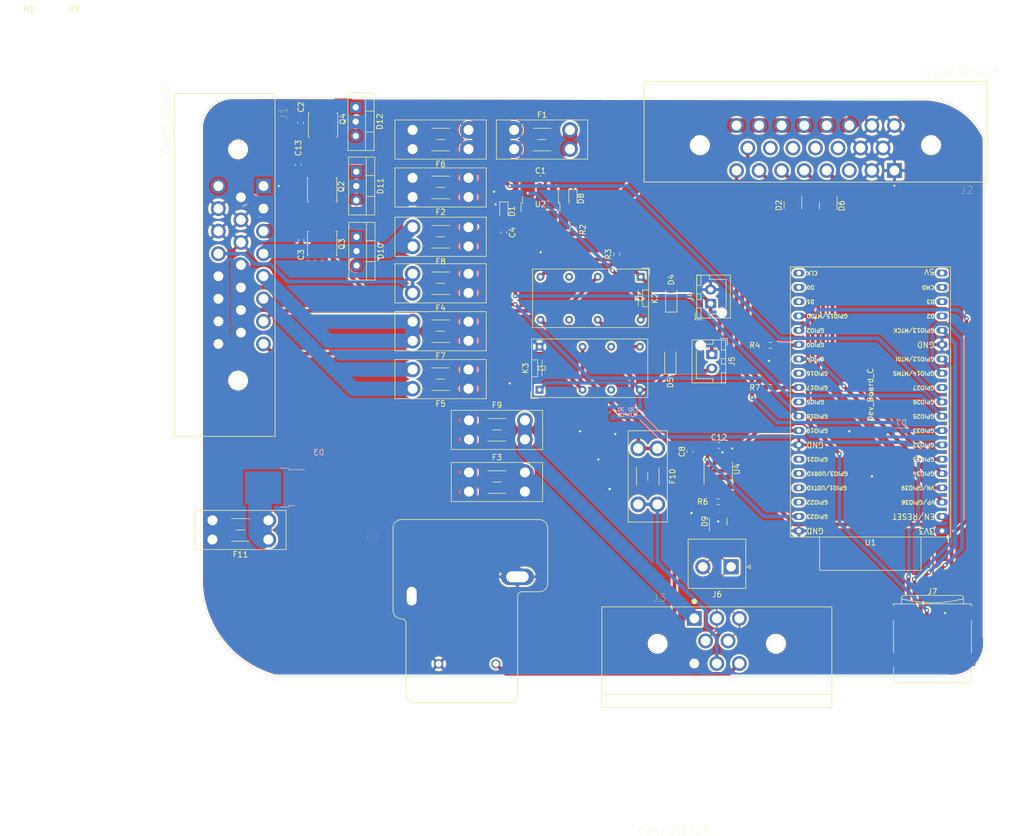
<source format=kicad_pcb>
(kicad_pcb (version 20211014) (generator pcbnew)
  (layers (0 "F.Cu" signal) (31 "B.Cu" signal) (34 "B.Paste" user) (35 "F.Paste" user) (36 "B.SilkS" user "B.Silkscreen") (37 "F.SilkS" user "F.Silkscreen") (38 "B.Mask" user) (39 "F.Mask" user) (44 "Edge.Cuts" user))
  (net 0 "")
  (net 1 "GND")
  (net 2 "/PUMP_RTRN_12V")
  (net 3 "INT_12V")
  (net 4 "+12V")
  (net 5 "/FAN_12V")
  (net 6 "/BATT_12V")
  (net 7 "/FAULT_LATCHER/IMD_SWITCH")
  (net 8 "/PUMP_12V")
  (net 9 "/BRAKE_12V")
  (net 10 "/BRAKE_RTRN_12V")
  (net 11 "/DCDC_IN")
  (net 12 "/FAULT_BMS")
  (net 13 "/FAULT_IMD")
  (net 14 "/BRB_RTN")
  (net 15 "/WHEEL_L")
  (net 16 "/WHEEL_R")
  (net 17 "/SUSPENSION_L")
  (net 18 "/SUSPENSION_R")
  (net 19 "/CAN_P")
  (net 20 "/CAN_N")
  (net 21 "VDD")
  (net 22 "/FAN_RTRN_12V")
  (net 23 "Net-(D8-Pad2)")
  (net 24 "/SSOK")
  (net 25 "/Controller/FAULT_IMD")
  (net 26 "/Controller/FAN_CTRL")
  (net 27 "/Controller/PUMP_CTRL")
  (net 28 "/Controller/BRAKE_CTRL")
  (net 33 "/Controller/CAN_MISO")
  (net 34 "/WATER_OUT-")
  (net 35 "/Controller/CAN_MOSI")
  (net 36 "/charge-controller/dcdc_fuse")
  (net 37 "/TSV")
  (net 38 "/WATER_IN-")
  (net 39 "Net-(K2-Pad13)")
  (net 54 "/Controller/DAT2")
  (net 55 "/Controller/DAT3")
  (net 56 "/Controller/CMD")
  (net 57 "/Controller/CLK")
  (net 58 "/Controller/DAT0")
  (net 59 "/Controller/DAT1")
  (net 60 "BMS_12V")
  (net 62 "/RINE_12")
  (net 63 "/BRB_LOOP")
  (net 64 "/FRONT_12")
  (net 65 "/HVB_12")
  (net 67 "/FAULT_LATCHER/BMS_SWITCH")
  (footprint "Package_TO_SOT_SMD:TO-252-2" (layer "F.Cu") (at 118.725 82.725 -90)
    (fp_text reference "U2")
    (fp_text value "TS2940CP33 ROG")
  )
  (footprint "MountingHole:MountingHole_3.2mm_M3" (layer "F.Cu") (at 35.95 50)
    (fp_text reference "H2")
    (fp_text value "MountingHole")
  )
  (footprint "Diode_SMD:D_SOD-123" (layer "F.Cu") (at 141.75 108.351115 90)
    (fp_text reference "D5")
    (fp_text value "1N4148")
  )
  (footprint "Capacitor_SMD:C_0603_1608Metric_Pad1.08x0.95mm_HandSolder" (layer "F.Cu") (at 76.15 66.035 -90)
    (fp_text reference "C2")
    (fp_text value "1u")
  )
  (footprint "AERO_Footprints:Fuseholder_Blade_Mini_Keystone_3568" (layer "F.Cu") (at 114.04 67.3)
    (fp_text reference "F1")
    (fp_text value "2A")
  )
  (footprint "Connector_Card:microSD_HC_Wuerth_693072010801" (layer "F.Cu") (at 188.25 157.1725)
    (fp_text reference "J7")
    (fp_text value "Micro_SD_Card")
  )
  (footprint "AERO_Footprints:Fuseholder_Blade_Mini_Keystone_3568" (layer "F.Cu") (at 106.04 118.8)
    (fp_text reference "F9")
    (fp_text value "1A")
  )
  (footprint "Capacitor_SMD:C_0603_1608Metric_Pad1.08x0.95mm_HandSolder" (layer "F.Cu") (at 150.3875 123.25)
    (fp_text reference "C12")
    (fp_text value "0.1u")
  )
  (footprint "AERO_Footprints:SOIC127P600X175-8N" (layer "F.Cu") (at 150.25 128.25 -90)
    (fp_text reference "U4")
    (fp_text value "MAX33054EASA+T")
  )
  (footprint "Relay_THT:Relay_DPDT_Omron_G5V-2" (layer "F.Cu") (at 136.5 93.351115 -90)
    (fp_text reference "K2")
    (fp_text value "G5V-2")
  )
  (footprint "Connector_JST:JST_XH_B2B-XH-AM_1x02_P2.50mm_Vertical" (layer "F.Cu") (at 148.8925 98.113615 90)
    (fp_text reference "J4")
    (fp_text value "JST-B2B-VERT-2PIN")
  )
  (footprint "Package_TO_SOT_THT:TO-220-3_Vertical" (layer "F.Cu") (at 86.055 74.71 -90)
    (fp_text reference "D11")
    (fp_text value "FERD20M60ST")
  )
  (footprint "MountingHole:MountingHole_3.2mm_M3" (layer "F.Cu") (at 28 50)
    (fp_text reference "H1")
    (fp_text value "MountingHole")
  )
  (footprint "esp32:ESP32-DevKitC" (layer "F.Cu") (at 189.95 138.40344 180)
    (fp_text reference "U1")
    (fp_text value "Dev_Board_C")
  )
  (footprint "AERO_Footprints:RELAY_T9VV1K15-12S" (layer "F.Cu") (at 105.25 150)
    (fp_text reference "K1")
    (fp_text value "T9VV1K15-12S")
  )
  (footprint "AERO_Footprints:Fuseholder_Blade_Mini_Keystone_3568" (layer "F.Cu") (at 105.96 96.2 180)
    (fp_text reference "F4")
    (fp_text value "2A")
  )
  (footprint "AERO_Footprints:TE_1-776280-1_8pin_Horizontal" (layer "F.Cu") (at 150 158.4375)
    (fp_text reference "J3")
    (fp_text value "Conn_01x08")
  )
  (footprint "Package_TO_SOT_SMD:LFPAK56" (layer "F.Cu") (at 80 87.285 90)
    (fp_text reference "Q3")
    (fp_text value "PSMN5R2-60YL")
  )
  (footprint "Package_TO_SOT_SMD:LFPAK56" (layer "F.Cu") (at 80 77.75 90)
    (fp_text reference "Q2")
    (fp_text value "PSMN5R2-60YL")
  )
  (footprint "Diode_SMD:D_0603_1608Metric_Pad1.05x0.95mm_HandSolder" (layer "F.Cu") (at 112.225 81.725 -90)
    (fp_text reference "D1")
    (fp_text value "TS4148C RZG")
  )
  (footprint "AERO_Footprints:Fuseholder_Blade_Mini_Keystone_3568" (layer "F.Cu") (at 105.96 87.95 180)
    (fp_text reference "F8")
    (fp_text value "2A")
  )
  (footprint "Package_TO_SOT_THT:TO-220-3_Vertical" (layer "F.Cu") (at 86.095 86.265 -90)
    (fp_text reference "D10")
    (fp_text value "FERD20M60ST")
  )
  (footprint "Capacitor_SMD:C_0603_1608Metric_Pad1.08x0.95mm_HandSolder" (layer "F.Cu") (at 112.225 85.475 90)
    (fp_text reference "C4")
    (fp_text value "10uF")
  )
  (footprint "Capacitor_SMD:C_0603_1608Metric_Pad1.08x0.95mm_HandSolder" (layer "F.Cu") (at 145.25 124.3625 90)
    (fp_text reference "C8")
    (fp_text value "0.1u")
  )
  (footprint "Diode_SMD:D_SOD-123" (layer "F.Cu") (at 141.9175 97.363615 90)
    (fp_text reference "D4")
    (fp_text value "1N4148")
  )
  (footprint "AERO_Footprints:Fuseholder_Blade_Mini_Keystone_3568" (layer "F.Cu") (at 105.96 104.7 180)
    (fp_text reference "F7")
    (fp_text value "5A")
  )
  (footprint "Package_TO_SOT_SMD:SOT-23" (layer "F.Cu") (at 150.25 136.75 90)
    (fp_text reference "D9")
    (fp_text value "DESD2CAN2SOQ-7")
  )
  (footprint "Resistor_SMD:R_0603_1608Metric_Pad0.98x0.95mm_HandSolder" (layer "F.Cu") (at 159.5 105.5 180)
    (fp_text reference "R4")
    (fp_text value "1k")
  )
  (footprint "Package_TO_SOT_SMD:SOT-23" (layer "F.Cu") (at 169.75 80.75 -90)
    (fp_text reference "D6")
    (fp_text value "SP0502BAHT")
  )
  (footprint "Capacitor_SMD:C_0603_1608Metric_Pad1.08x0.95mm_HandSolder" (layer "F.Cu") (at 75.75 73.5 90)
    (fp_text reference "C13")
    (fp_text value "1u")
  )
  (footprint "AERO_Footprints:Fuseholder_Blade_Mini_Keystone_3568" (layer "F.Cu") (at 139.45 123.79 -90)
    (fp_text reference "F10")
    (fp_text value "2A")
  )
  (footprint "Resistor_SMD:R_0603_1608Metric_Pad0.98x0.95mm_HandSolder" (layer "F.Cu") (at 150.25 133.25 180)
    (fp_text reference "R6")
    (fp_text value "120")
  )
  (footprint "AERO_Footprints:Fuseholder_Blade_Mini_Keystone_3568" (layer "F.Cu") (at 105.96 70.7 180)
    (fp_text reference "F6")
    (fp_text value "15A")
  )
  (footprint "Connector_JST:JST_XH_B2B-XH-AM_1x02_P2.50mm_Vertical" (layer "F.Cu") (at 149.1175 107.101115 -90)
    (fp_text reference "J5")
    (fp_text value "JST-B2B-VERT-2PIN")
  )
  (footprint "AERO_Footprints:Fuseholder_Blade_Mini_Keystone_3568" (layer "F.Cu") (at 70.46 139.95 180)
    (fp_text reference "F11")
    (fp_text value "20A")
  )
  (footprint "AERO_Footprints:Fuseholder_Blade_Mini_Keystone_3568" (layer "F.Cu") (at 105.96 79.2 180)
    (fp_text reference "F2")
    (fp_text value "10A")
  )
  (footprint "Relay_THT:Relay_DPDT_Omron_G5V-2" (layer "F.Cu") (at 118.56 113.376115 90)
    (fp_text reference "K3")
    (fp_text value "G5V-2")
  )
  (footprint "Package_TO_SOT_SMD:LFPAK56" (layer "F.Cu") (at 80.15 66.285 90)
    (fp_text reference "Q4")
    (fp_text value "PSMN5R2-60YL")
  )
  (footprint "Capacitor_SMD:C_0603_1608Metric_Pad1.08x0.95mm_HandSolder" (layer "F.Cu") (at 76.25 86.85 -90)
    (fp_text reference "C3")
    (fp_text value "1u")
  )
  (footprint "AERO_Footprints:TE_1-770669-1_23pin_Horizontal" (layer "F.Cu") (at 69.5875 77.25 -90)
    (fp_text reference "J1")
    (fp_text value "Conn_01x23")
  )
  (footprint "Resistor_SMD:R_0603_1608Metric_Pad0.98x0.95mm_HandSolder" (layer "F.Cu") (at 159.5 113 180)
    (fp_text reference "R7")
    (fp_text value "1k")
  )
  (footprint "AERO_Footprints:Fuseholder_Blade_Mini_Keystone_3568" (layer "F.Cu") (at 105.96 113.2 180)
    (fp_text reference "F5")
    (fp_text value "5A")
  )
  (footprint "Resistor_SMD:R_0603_1608Metric_Pad0.98x0.95mm_HandSolder" (layer "F.Cu") (at 132.25 89.351115 -90)
    (fp_text reference "R3")
    (fp_text value "10k")
  )
  (footprint "Capacitor_SMD:C_0603_1608Metric_Pad1.08x0.95mm_HandSolder" (layer "F.Cu") (at 118.725 75.975)
    (fp_text reference "C1")
    (fp_text value "10uF")
  )
  (footprint "AERO_Footprints:Fuseholder_Blade_Mini_Keystone_3568" (layer "F.Cu") (at 106.04 128.05)
    (fp_text reference "F3")
    (fp_text value "15A")
  )
  (footprint "Resistor_SMD:R_0603_1608Metric_Pad0.98x0.95mm_HandSolder" (layer "F.Cu") (at 124.475 84.725 90)
    (fp_text reference "R2")
    (fp_text value "330")
  )
  (footprint "AERO_Footprints:TE_1-770669-1_23pin_Horizontal" (layer "F.Cu") (at 181.5 74.5 180)
    (fp_text reference "J2")
    (fp_text value "Conn_01x23")
  )
  (footprint "Connector_JST:JST_NV_B02P-NV_1x02_P5.00mm_Vertical" (layer "F.Cu") (at 152.5275 144.8 180)
    (fp_text reference "J6")
    (fp_text value "Conn_01x02")
  )
  (footprint "LED_SMD:LED_0603_1608Metric_Pad1.05x0.95mm_HandSolder" (layer "F.Cu") (at 124.475 79.475 -90)
    (fp_text reference "D8")
    (fp_text value "LED")
  )
  (footprint "Package_TO_SOT_THT:TO-220-3_Vertical" (layer "F.Cu") (at 85.94 63.285 -90)
    (fp_text reference "D12")
    (fp_text value "FERD20M60ST")
  )
  (footprint "Package_TO_SOT_SMD:SOT-23" (layer "F.Cu") (at 163.5 80.6875 -90)
    (fp_text reference "D2")
    (fp_text value "SP0502BAHT")
  )
  (footprint "Package_TO_SOT_SMD:TO-252-2" (layer "B.Cu") (at 71.6 130.75 180)
    (fp_text reference "D3")
    (fp_text value "D_KAK")
  )
  (footprint "Resistor_SMD:R_0603_1608Metric_Pad0.98x0.95mm_HandSolder" (layer "B.Cu") (at 131.625 117.3375 90)
    (fp_text reference "R8")
    (fp_text value "2.2K")
  )
  (footprint "Resistor_SMD:R_0603_1608Metric_Pad0.98x0.95mm_HandSolder" (layer "B.Cu") (at 136.375 117.3375 -90)
    (fp_text reference "R5")
    (fp_text value "10K")
  )
  (footprint "Package_TO_SOT_SMD:SOT-23" (layer "B.Cu") (at 182.25 121.75 180)
    (fp_text reference "D7")
    (fp_text value "SP0502BAHT")
  )
  (gr_line (start 197.5 83.5) (end 197.5 68.75) (layer "Edge.Cuts") (width 0.05))
  (gr_line (start 71.75 61.5) (end 64.25 61.5) (layer "Edge.Cuts") (width 0.05))
  (gr_arc (start 187.25 61.75) (mid 193.377194 63.782502) (end 197.5 68.75) (layer "Edge.Cuts") (width 0.05))
  (gr_line (start 71.75 164.25) (end 191 164.25) (layer "Edge.Cuts") (width 0.05))
  (gr_line (start 187.25 61.75) (end 71.75 61.5) (layer "Edge.Cuts") (width 0.05))
  (gr_arc (start 71.75 164.25) (mid 61.98058 157.564642) (end 58.5 146.25) (layer "Edge.Cuts") (width 0.05))
  (gr_line (start 58.5 66.75) (end 58.5 146.25) (layer "Edge.Cuts") (width 0.05))
  (gr_line (start 197.5 157.25) (end 197.5 83.5) (layer "Edge.Cuts") (width 0.05))
  (gr_arc (start 197.5 157.250001) (mid 195.974153 162.351) (end 191 164.25) (layer "Edge.Cuts") (width 0.05))
  (gr_arc (start 58.5 66.75) (mid 60.336133 62.987194) (end 64.25 61.5) (layer "Edge.Cuts") (width 0.05))
  (via (at 151 124.5) (size 0.8) (drill 0.4) (layers "F.Cu" "B.Cu") (net 1))
  (via (at 118.75 89) (size 0.8) (drill 0.4) (layers "F.Cu" "B.Cu") (net 1))
  (via (at 132 121.25) (size 0.8) (drill 0.4) (layers "F.Cu" "B.Cu") (net 1))
  (via (at 110.75 80.5) (size 0.8) (drill 0.4) (layers "F.Cu" "B.Cu") (net 1))
  (via (at 129 125.75) (size 0.8) (drill 0.4) (layers "F.Cu" "B.Cu") (net 1))
  (via (at 173.5 120.75) (size 0.8) (drill 0.4) (layers "F.Cu" "B.Cu") (net 1))
  (via (at 145.5 135.25) (size 0.8) (drill 0.4) (layers "F.Cu" "B.Cu") (net 1))
  (via (at 159.25 108.25) (size 0.8) (drill 0.4) (layers "F.Cu" "B.Cu") (net 1))
  (via (at 131 131) (size 0.8) (drill 0.4) (layers "F.Cu" "B.Cu") (net 1))
  (via (at 190.5 153) (size 0.8) (drill 0.4) (layers "F.Cu" "B.Cu") (net 1))
  (via (at 131 131) (size 0.8) (drill 0.4) (layers "F.Cu" "B.Cu") (net 1))
  (via (at 110.5 78.25) (size 0.8) (drill 0.4) (layers "F.Cu" "B.Cu") (net 1))
  (via (at 177.5 128.75) (size 0.8) (drill 0.4) (layers "F.Cu" "B.Cu") (net 1))
  (via (at 125.75 120.75) (size 0.8) (drill 0.4) (layers "F.Cu" "B.Cu") (net 1))
  (via (at 113.25 112.25) (size 0.8) (drill 0.4) (layers "F.Cu" "B.Cu") (net 1))
  (via (at 150.25 136.75) (size 0.8) (drill 0.4) (layers "F.Cu" "B.Cu") (net 1))
  (segment (start 80.15 65.85) (end 78.87298 64.57298) (width 3.175) (layer "F.Cu") (net 2))
  (segment (start 82.689297 63.310703) (end 84.748777 63.315161) (width 3.175) (layer "F.Cu") (net 2))
  (segment (start 61.5875 69.566094) (end 61.5875 77.25) (width 3.175) (layer "F.Cu") (net 2))
  (segment (start 80.15 65.85) (end 82.689297 63.310703) (width 3.175) (layer "F.Cu") (net 2))
  (segment (start 78.87298 64.57298) (end 66.580614 64.57298) (width 3.175) (layer "F.Cu") (net 2))
  (segment (start 66.580614 64.57298) (end 61.5875 69.566094) (width 3.175) (layer "F.Cu") (net 2))
  (segment (start 117.8625 75.975) (end 116.975 75.975) (width 0.635) (layer "F.Cu") (net 3))
  (segment (start 141.9175 99.013615) (end 138.4575 99.013615) (width 0.635) (layer "F.Cu") (net 3))
  (segment (start 138.4575 99.013615) (end 136.5 100.971115) (width 0.635) (layer "F.Cu") (net 3))
  (segment (start 116.975 75.975) (end 116.445 75.445) (width 0.635) (layer "F.Cu") (net 3))
  (segment (start 136.5 97.25) (end 131.5 92.25) (width 0.635) (layer "F.Cu") (net 3))
  (segment (start 116.445 74.055) (end 116.445 75.445) (width 2.54) (layer "F.Cu") (net 3))
  (segment (start 119.8 70.7) (end 116.445 74.055) (width 2.54) (layer "F.Cu") (net 3))
  (segment (start 114.12 80.85) (end 116.445 78.525) (width 0.635) (layer "F.Cu") (net 3))
  (segment (start 141.9175 99.013615) (end 142.351129 99.013615) (width 0.635) (layer "F.Cu") (net 3))
  (segment (start 136.5 100.971115) (end 136.5 97.25) (width 0.635) (layer "F.Cu") (net 3))
  (segment (start 116.445 75.445) (end 116.445 78.525) (width 2.54) (layer "F.Cu") (net 3))
  (segment (start 123.96 67.3) (end 123.96 70.7) (width 2.54) (layer "F.Cu") (net 3))
  (segment (start 112.225 80.85) (end 114.12 80.85) (width 0.635) (layer "F.Cu") (net 3))
  (segment (start 149.1175 105.779986) (end 149.1175 107.101115) (width 0.635) (layer "F.Cu") (net 3))
  (segment (start 142.351129 99.013615) (end 149.1175 105.779986) (width 0.635) (layer "F.Cu") (net 3))
  (segment (start 123.96 70.7) (end 119.8 70.7) (width 2.54) (layer "F.Cu") (net 3))
  (via (at 116.445 78.525) (size 0.8) (drill 0.4) (layers "F.Cu" "B.Cu") (net 3))
  (via (at 131.5 92.25) (size 0.8) (drill 0.4) (layers "F.Cu" "B.Cu") (net 3))
  (segment (start 131.5 92.25) (end 117.775 78.525) (width 0.635) (layer "B.Cu") (net 3))
  (segment (start 117.775 78.525) (end 116.445 78.525) (width 0.635) (layer "B.Cu") (net 3))
  (segment (start 105.96 137.905) (end 114.625 146.57) (width 3.175) (layer "B.Cu") (net 4))
  (segment (start 105.96 70.7) (end 105.96 137.905) (width 3.175) (layer "B.Cu") (net 4))
  (segment (start 114.04 70.7) (end 105.96 70.7) (width 3.175) (layer "B.Cu") (net 4))
  (segment (start 105.96 67.3) (end 114.04 67.3) (width 3.175) (layer "B.Cu") (net 4))
  (segment (start 65.5875 103.25) (end 65.5875 91.63892) (width 3.175) (layer "B.Cu") (net 6))
  (segment (start 65.5875 91.63892) (end 65.39304 91.44446) (width 3.175) (layer "B.Cu") (net 6))
  (segment (start 141.75 110.001115) (end 148.7175 110.001115) (width 0.635) (layer "F.Cu") (net 7))
  (segment (start 136.34 113.376115) (end 138.375 113.376115) (width 0.635) (layer "F.Cu") (net 7))
  (segment (start 138.375 113.376115) (end 141.75 110.001115) (width 0.635) (layer "F.Cu") (net 7))
  (segment (start 148.7175 110.001115) (end 149.1175 109.601115) (width 0.635) (layer "F.Cu") (net 7))
  (segment (start 136.34 113.376115) (end 135.122989 112.159104) (width 0.635) (layer "B.Cu") (net 7))
  (segment (start 119.777011 112.159104) (end 118.56 113.376115) (width 0.635) (layer "B.Cu") (net 7))
  (segment (start 136.375 113.411115) (end 136.34 113.376115) (width 0.635) (layer "B.Cu") (net 7))
  (segment (start 135.122989 112.159104) (end 119.777011 112.159104) (width 0.635) (layer "B.Cu") (net 7))
  (segment (start 136.375 116.425) (end 136.375 113.411115) (width 0.635) (layer "B.Cu") (net 7))
  (segment (start 96.04 67.3) (end 96.04 70.502491) (width 3.175) (layer "F.Cu") (net 8))
  (segment (start 96.04 87.95) (end 94.45 87.95) (width 2.54) (layer "B.Cu") (net 9))
  (segment (start 70.0325 88.805) (end 86.095 88.805) (width 2.54) (layer "B.Cu") (net 9))
  (segment (start 94.45 87.95) (end 93.545 87.045) (width 2.54) (layer "B.Cu") (net 9))
  (segment (start 93.545 87.045) (end 96.04 84.55) (width 2.54) (layer "B.Cu") (net 9))
  (segment (start 91.785 88.805) (end 93.545 87.045) (width 2.54) (layer "B.Cu") (net 9))
  (segment (start 86.095 88.805) (end 91.785 88.805) (width 2.54) (layer "B.Cu") (net 9))
  (segment (start 69.5875 89.25) (end 70.0325 88.805) (width 2.54) (layer "B.Cu") (net 9))
  (segment (start 88.56452 89.808233) (end 88.56452 87.801767) (width 2.54) (layer "F.Cu") (net 10))
  (segment (start 80.585 86.265) (end 86.095 86.265) (width 2.54) (layer "F.Cu") (net 10))
  (segment (start 86.095 91.345) (end 87.027753 91.345) (width 2.54) (layer "F.Cu") (net 10))
  (segment (start 78.4 85.25) (end 80 86.85) (width 2.54) (layer "F.Cu") (net 10))
  (segment (start 87.027753 91.345) (end 88.56452 89.808233) (width 2.54) (layer "F.Cu") (net 10))
  (segment (start 69.5875 85.25) (end 78.4 85.25) (width 2.54) (layer "F.Cu") (net 10))
  (segment (start 87.027753 86.265) (end 81.515 86.265) (width 2.54) (layer "F.Cu") (net 10))
  (segment (start 80 86.85) (end 80.585 86.265) (width 2.54) (layer "F.Cu") (net 10))
  (segment (start 88.56452 87.801767) (end 87.027753 86.265) (width 2.54) (layer "F.Cu") (net 10))
  (segment (start 60.54 94.2975) (end 61.5875 93.25) (width 3.175) (layer "B.Cu") (net 11))
  (segment (start 60.54 139.95) (end 60.54 136.55) (width 3.175) (layer "B.Cu") (net 11))
  (segment (start 60.54 139.95) (end 60.54 94.2975) (width 3.175) (layer "B.Cu") (net 11))
  (segment (start 69.5875 101.25) (end 71.444511 99.392989) (width 0.635) (layer "F.Cu") (net 12))
  (segment (start 71.444511 99.392989) (end 122.838126 99.392989) (width 0.635) (layer "F.Cu") (net 12))
  (segment (start 122.838126 99.392989) (end 128.88 93.351115) (width 0.635) (layer "F.Cu") (net 12))
  (segment (start 69.5875 105.25) (end 71.310626 106.973126) (width 0.635) (layer "F.Cu") (net 13))
  (segment (start 119.777011 106.973126) (end 126.18 113.376115) (width 0.635) (layer "F.Cu") (net 13))
  (segment (start 71.310626 106.973126) (end 119.777011 106.973126) (width 0.635) (layer "F.Cu") (net 13))
  (segment (start 118.72 100.971115) (end 119.937011 102.188126) (width 0.635) (layer "F.Cu") (net 14))
  (segment (start 142.482989 123.982989) (end 142.482989 163.767011) (width 0.635) (layer "F.Cu") (net 14))
  (segment (start 154 161.9375) (end 152.170489 163.767011) (width 0.635) (layer "F.Cu") (net 14))
  (segment (start 112.572011 163.767011) (end 110.815 162.01) (width 0.635) (layer "F.Cu") (net 14))
  (segment (start 135 116.5) (end 142.482989 123.982989) (width 0.635) (layer "F.Cu") (net 14))
  (segment (start 152.170489 163.767011) (end 142.482989 163.767011) (width 0.635) (layer "F.Cu") (net 14))
  (segment (start 135 111.25) (end 135 116.5) (width 0.635) (layer "F.Cu") (net 14))
  (segment (start 119.937011 102.188126) (end 125.938126 102.188126) (width 0.635) (layer "F.Cu") (net 14))
  (segment (start 142.482989 163.767011) (end 112.572011 163.767011) (width 0.635) (layer "F.Cu") (net 14))
  (segment (start 125.938126 102.188126) (end 135 111.25) (width 0.635) (layer "F.Cu") (net 14))
  (segment (start 162.55 79.75) (end 162.55 88.05) (width 0.635) (layer "F.Cu") (net 15))
  (segment (start 167 92.25) (end 167 110.12344) (width 0.635) (layer "F.Cu") (net 15))
  (segment (start 162.55 88.05) (end 166.75 92.25) (width 0.635) (layer "F.Cu") (net 15))
  (segment (start 157.5 74.5) (end 162.55 79.55) (width 0.635) (layer "F.Cu") (net 15))
  (segment (start 167 110.12344) (end 190.2 133.32344) (width 0.635) (layer "F.Cu") (net 15))
  (segment (start 162.55 79.55) (end 162.55 79.75) (width 0.635) (layer "F.Cu") (net 15))
  (segment (start 188.59019 130.78344) (end 189.95 130.78344) (width 0.635) (layer "F.Cu") (net 16))
  (segment (start 168 83.3) (end 168 110.19325) (width 0.635) (layer "F.Cu") (net 16))
  (segment (start 164.45 79.75) (end 168 83.3) (width 0.635) (layer "F.Cu") (net 16))
  (segment (start 161.5 74.5) (end 164.45 77.45) (width 0.635) (layer "F.Cu") (net 16))
  (segment (start 164.45 77.45) (end 164.45 79.75) (width 0.635) (layer "F.Cu") (net 16))
  (segment (start 168 110.19325) (end 188.59019 130.78344) (width 0.635) (layer "F.Cu") (net 16))
  (segment (start 168.83452 77.83452) (end 168.83452 107.12796) (width 0.635) (layer "F.Cu") (net 17))
  (segment (start 168.83452 107.12796) (end 189.95 128.24344) (width 0.635) (layer "F.Cu") (net 17))
  (segment (start 165.5 74.5) (end 168.83452 77.83452) (width 0.635) (layer "F.Cu") (net 17))
  (segment (start 170.5 107.61325) (end 188.59019 125.70344) (width 0.635) (layer "F.Cu") (net 18))
  (segment (start 170.5 75.5) (end 170.5 107.61325) (width 0.635) (layer "F.Cu") (net 18))
  (segment (start 169.5 74.5) (end 170.5 75.5) (width 0.635) (layer "F.Cu") (net 18))
  (segment (start 188.59019 125.70344) (end 189.95 125.70344) (width 0.635) (layer "F.Cu") (net 18))
  (segment (start 154 155.9375) (end 152 157.9375) (width 0.2) (layer "F.Cu") (net 19))
  (segment (start 150.475001 142.747501) (end 152.5275 144.8) (width 0.2) (layer "F.Cu") (net 19))
  (segment (start 150.475001 134.77548) (end 150.586197 134.77548) (width 0.2) (layer "F.Cu") (net 19))
  (segment (start 150.586197 134.77548) (end 150.655359 134.844641) (width 0.2) (layer "F.Cu") (net 19))
  (segment (start 150.475001 132.562501) (end 151.1625 133.25) (width 0.2) (layer "F.Cu") (net 19))
  (segment (start 150.475001 133.937499) (end 150.475001 134.77548) (width 0.2) (layer "F.Cu") (net 19))
  (segment (start 154 153.9375) (end 154 155.9375) (width 0.2) (layer "F.Cu") (net 19))
  (segment (start 151.1625 133.25) (end 150.475001 133.937499) (width 0.2) (layer "F.Cu") (net 19))
  (segment (start 150.475001 138.412499) (end 150.475001 142.747501) (width 0.2) (layer "F.Cu") (net 19))
  (segment (start 151.2 135.389282) (end 150.655359 134.844641) (width 0.2) (layer "F.Cu") (net 19))
  (segment (start 150.475001 131.134999) (end 150.475001 132.562501) (width 0.2) (layer "F.Cu") (net 19))
  (segment (start 150.655359 134.844641) (end 150.84952 135.038803) (width 0.2) (layer "F.Cu") (net 19))
  (segment (start 150.252501 147.074999) (end 150.252501 150.190001) (width 0.2) (layer "F.Cu") (net 19))
  (segment (start 151.2 137.6875) (end 150.475001 138.412499) (width 0.2) (layer "F.Cu") (net 19))
  (segment (start 152.5275 144.8) (end 150.252501 147.074999) (width 0.2) (layer "F.Cu") (net 19))
  (segment (start 150.885 130.725) (end 150.475001 131.134999) (width 0.2) (layer "F.Cu") (net 19))
  (segment (start 151.2 137.6875) (end 151.2 135.389282) (width 0.2) (layer "F.Cu") (net 19))
  (segment (start 150.252501 150.190001) (end 154 153.9375) (width 0.2) (layer "F.Cu") (net 19))
  (segment (start 150.024999 131.134999) (end 150.024999 132.562501) (width 0.2) (layer "F.Cu") (net 20))
  (segment (start 150 153.9375) (end 150 155.9375) (width 0.2) (layer "F.Cu") (net 20))
  (segment (start 149.3 137.6875) (end 150.024999 138.412499) (width 0.2) (layer "F.Cu") (net 20))
  (segment (start 150.024999 134.77548) (end 149.913803 134.77548) (width 0.2) (layer "F.Cu") (net 20))
  (segment (start 149.802499 150.376396) (end 150 150.573897) (width 0.2) (layer "F.Cu") (net 20))
  (segment (start 147.5275 144.8) (end 149.802499 147.074999) (width 0.2) (layer "F.Cu") (net 20))
  (segment (start 150.024999 138.412499) (end 150.024999 142.302501) (width 0.2) (layer "F.Cu") (net 20))
  (segment (start 150.024999 133.937499) (end 150.024999 134.77548) (width 0.2) (layer "F.Cu") (net 20))
  (segment (start 150 155.9375) (end 148 157.9375) (width 0.2) (layer "F.Cu") (net 20))
  (segment (start 149.615 130.725) (end 150.024999 131.134999) (width 0.2) (layer "F.Cu") (net 20))
  (segment (start 150.024999 132.562501) (end 149.3375 133.25) (width 0.2) (layer "F.Cu") (net 20))
  (segment (start 149.3375 133.25) (end 150.024999 133.937499) (width 0.2) (layer "F.Cu") (net 20))
  (segment (start 150.024999 142.302501) (end 147.5275 144.8) (width 0.2) (layer "F.Cu") (net 20))
  (segment (start 149.3 137.6875) (end 149.3 135.389283) (width 0.2) (layer "F.Cu") (net 20))
  (segment (start 149.802499 147.074999) (end 149.802499 150.376396) (width 0.2) (layer "F.Cu") (net 20))
  (segment (start 149.3 135.389283) (end 149.913803 134.77548) (width 0.2) (layer "F.Cu") (net 20))
  (segment (start 150 150.573897) (end 150 153.9375) (width 0.2) (layer "F.Cu") (net 20))
  (segment (start 145.25 125.25) (end 148.345 128.345) (width 0.635) (layer "F.Cu") (net 21))
  (segment (start 149.525 125.685) (end 149.615 125.775) (width 0.635) (layer "F.Cu") (net 21))
  (segment (start 153.5 66.5) (end 146.265107 66.5) (width 2.54) (layer "F.Cu") (net 21))
  (segment (start 182.434359 63.5) (end 185 66.065641) (width 2.54) (layer "F.Cu") (net 21))
  (segment (start 145.25 125.225) (end 145.25 125.25) (width 0.635) (layer "F.Cu") (net 21))
  (segment (start 112.225 86.3375) (end 113.7375 84.825) (width 0.635) (layer "F.Cu") (net 21))
  (segment (start 148.345 127.761983) (end 149.615 126.491983) (width 0.635) (layer "F.Cu") (net 21))
  (segment (start 188.83298 137.28642) (end 189.95 138.40344) (width 0.635) (layer "F.Cu") (net 21))
  (segment (start 175.75 64.25) (end 175.75 63.5) (width 2.54) (layer "F.Cu") (net 21))
  (segment (start 153.5 66.5) (end 173.5 66.5) (width 2.54) (layer "F.Cu") (net 21))
  (segment (start 163.78642 137.28642) (end 188.83298 137.28642) (width 0.635) (layer "F.Cu") (net 21))
  (segment (start 132.75 87.75) (end 121.65 87.75) (width 2.54) (layer "F.Cu") (net 21))
  (segment (start 173.5 66.5) (end 175.75 64.25) (width 2.54) (layer "F.Cu") (net 21))
  (segment (start 148.345 128.345) (end 148.345 127.761983) (width 0.635) (layer "F.Cu") (net 21))
  (segment (start 188.35 140.00344) (end 189.95 138.40344) (width 0.254) (layer "F.Cu") (net 21))
  (segment (start 148.345 130.725) (end 148.345 128.345) (width 0.635) (layer "F.Cu") (net 21))
  (segment (start 149.525 123.25) (end 149.525 125.685) (width 0.635) (layer "F.Cu") (net 21))
  (segment (start 192.41952 135.93392) (end 189.95 138.40344) (width 2.54) (layer "F.Cu") (net 21))
  (segment (start 188.300534 66.065641) (end 192.41952 70.184627) (width 2.54) (layer "F.Cu") (net 21))
  (segment (start 154.261983 127.761983) (end 163.78642 137.28642) (width 0.635) (layer "F.Cu") (net 21))
  (segment (start 119.5375 85.6375) (end 118.725 84.825) (width 0.635) (layer "F.Cu") (net 21))
  (segment (start 124.475 85.6375) (end 119.5375 85.6375) (width 0.635) (layer "F.Cu") (net 21))
  (segment (start 192.41952 70.184627) (end 192.41952 135.93392) (width 2.54) (layer "F.Cu") (net 21))
  (segment (start 148.345 127.761983) (end 154.261983 127.761983) (width 0.635) (layer "F.Cu") (net 21))
  (segment (start 113.7375 84.825) (end 118.725 84.825) (width 0.635) (layer "F.Cu") (net 21))
  (segment (start 132.75 80.015107) (end 132.75 87.75) (width 2.54) (layer "F.Cu") (net 21))
  (segment (start 185 66.065641) (end 188.300534 66.065641) (width 2.54) (layer "F.Cu") (net 21))
  (segment (start 146.265107 66.5) (end 132.75 80.015107) (width 2.54) (layer "F.Cu") (net 21))
  (segment (start 188.35 155.6225) (end 188.35 140.00344) (width 0.254) (layer "F.Cu") (net 21))
  (segment (start 175.75 63.5) (end 182.434359 63.5) (width 2.54) (layer "F.Cu") (net 21))
  (segment (start 149.615 126.491983) (end 149.615 125.775) (width 0.635) (layer "F.Cu") (net 21))
  (segment (start 121.65 87.75) (end 118.725 84.825) (width 2.54) (layer "F.Cu") (net 21))
  (segment (start 69.6525 77.315) (end 69.5875 77.25) (width 3.175) (layer "F.Cu") (net 22))
  (segment (start 80 77.315) (end 69.6525 77.315) (width 3.175) (layer "F.Cu") (net 22))
  (segment (start 80 77.315) (end 78.065 77.315) (width 3.175) (layer "F.Cu") (net 22))
  (segment (start 124.475 80.35) (end 124.475 83.8125) (width 0.635) (layer "F.Cu") (net 23))
  (segment (start 136.05 123.79) (end 136.05 122.45) (width 0.635) (layer "F.Cu") (net 24))
  (segment (start 137.39 123.79) (end 136.05 122.45) (width 0.635) (layer "F.Cu") (net 24))
  (segment (start 136.05 122.45) (end 136.05 120.55) (width 0.635) (layer "F.Cu") (net 24))
  (segment (start 136.05 120.55) (end 126.18 110.68) (width 0.635) (layer "F.Cu") (net 24))
  (segment (start 126.18 110.68) (end 126.18 105.756115) (width 0.635) (layer "F.Cu") (net 24))
  (segment (start 139.45 123.79) (end 137.39 123.79) (width 0.635) (layer "F.Cu") (net 24))
  (segment (start 183.1875 122.7) (end 183.65094 123.16344) (width 0.635) (layer "B.Cu") (net 25))
  (segment (start 136.375 118.25) (end 131.625 118.25) (width 0.635) (layer "B.Cu") (net 25))
  (segment (start 166.3 122.7) (end 165.35 121.75) (width 0.635) (layer "B.Cu") (net 25))
  (segment (start 183.1875 122.7) (end 166.3 122.7) (width 0.635) (layer "B.Cu") (net 25))
  (segment (start 139.875 121.75) (end 136.375 118.25) (width 0.635) (layer "B.Cu") (net 25))
  (segment (start 165.35 121.75) (end 139.875 121.75) (width 0.635) (layer "B.Cu") (net 25))
  (segment (start 183.65094 123.16344) (end 189.95 123.16344) (width 0.635) (layer "B.Cu") (net 25))
  (segment (start 82.06 69.12) (end 85.547011 72.607011) (width 0.635) (layer "F.Cu") (net 26))
  (segment (start 85.547011 72.607011) (end 108.607011 72.607011) (width 0.635) (layer "F.Cu") (net 26))
  (segment (start 108.607011 72.607011) (end 113.25 77.25) (width 0.635) (layer "F.Cu") (net 26))
  (via (at 113.25 77.25) (size 0.8) (drill 0.4) (layers "F.Cu" "B.Cu") (net 26))
  (segment (start 134.130896 77.25) (end 113.25 77.25) (width 0.635) (layer "B.Cu") (net 26))
  (segment (start 161.147316 104.26642) (end 134.130896 77.25) (width 0.635) (layer "B.Cu") (net 26))
  (segment (start 178.67298 104.26642) (end 161.147316 104.26642) (width 0.635) (layer "B.Cu") (net 26))
  (segment (start 189.95 115.54344) (end 178.67298 104.26642) (width 0.635) (layer "B.Cu") (net 26))
  (segment (start 90.04 98.25) (end 114.25 98.25) (width 0.635) (layer "F.Cu") (net 27))
  (segment (start 81.91 90.12) (end 90.04 98.25) (width 0.635) (layer "F.Cu") (net 27))
  (via (at 114.25 98.25) (size 0.8) (drill 0.4) (layers "F.Cu" "B.Cu") (net 27))
  (segment (start 157.791144 111.324584) (end 164.55 118.08344) (width 0.635) (layer "B.Cu") (net 27))
  (segment (start 127.324584 111.324584) (end 157.791144 111.324584) (width 0.635) (layer "B.Cu") (net 27))
  (segment (start 114.25 98.25) (end 127.324584 111.324584) (width 0.635) (layer "B.Cu") (net 27))
  (segment (start 81.91 80.585) (end 82.58452 81.25952) (width 0.635) (layer "F.Cu") (net 28))
  (segment (start 82.58452 81.25952) (end 105.366442 81.25952) (width 0.635) (layer "F.Cu") (net 28))
  (segment (start 114.25 90.143078) (end 114.25 96.75) (width 0.635) (layer "F.Cu") (net 28))
  (segment (start 105.366442 81.25952) (end 114.25 90.143078) (width 0.635) (layer "F.Cu") (net 28))
  (via (at 114.25 96.75) (size 0.8) (drill 0.4) (layers "F.Cu" "B.Cu") (net 28))
  (segment (start 186.29298 114.42642) (end 162.67642 114.42642) (width 0.635) (layer "B.Cu") (net 28))
  (segment (start 114.25 96.75) (end 145 96.75) (width 0.635) (layer "B.Cu") (net 28))
  (segment (start 145 96.75) (end 162.67642 114.42642) (width 0.635) (layer "B.Cu") (net 28))
  (segment (start 189.95 118.08344) (end 186.29298 114.42642) (width 0.635) (layer "B.Cu") (net 28))
  (segment (start 152.155 125.775) (end 157.30656 120.62344) (width 0.635) (layer "F.Cu") (net 33))
  (segment (start 157.30656 120.62344) (end 164.55 120.62344) (width 0.635) (layer "F.Cu") (net 33))
  (segment (start 160.4125 105.5) (end 155.5 100.5875) (width 0.635) (layer "F.Cu") (net 34))
  (segment (start 160.4125 105.5) (end 164.43344 105.5) (width 0.635) (layer "F.Cu") (net 34))
  (segment (start 164.43344 105.5) (end 164.55 105.38344) (width 0.635) (layer "F.Cu") (net 34))
  (segment (start 155.5 100.5875) (end 155.5 70.5) (width 0.635) (layer "F.Cu") (net 34))
  (segment (start 148.275 125.775) (end 148.25 125.75) (width 0.635) (layer "F.Cu") (net 35))
  (segment (start 148.345 125.775) (end 148.275 125.775) (width 0.635) (layer "F.Cu") (net 35))
  (via (at 148.25 125.75) (size 0.8) (drill 0.4) (layers "F.Cu" "B.Cu") (net 35))
  (segment (start 158.36344 135.86344) (end 164.55 135.86344) (width 0.635) (layer "B.Cu") (net 35))
  (segment (start 148.25 125.75) (end 158.36344 135.86344) (width 0.635) (layer "B.Cu") (net 35))
  (segment (start 69.46 131.71) (end 68.5 130.75) (width 3.175) (layer "B.Cu") (net 36))
  (segment (start 69.46 139.95) (end 69.46 136.55) (width 3.175) (layer "B.Cu") (net 36))
  (segment (start 68.5 130.75) (end 68.5 138.99) (width 3.175) (layer "B.Cu") (net 36))
  (segment (start 68.5 138.99) (end 69.46 139.95) (width 3.175) (layer "B.Cu") (net 36))
  (segment (start 69.46 136.55) (end 69.46 131.71) (width 3.175) (layer "B.Cu") (net 36))
  (segment (start 150 157.35018) (end 150 161.9375) (width 0.635) (layer "B.Cu") (net 37))
  (segment (start 148.170489 152.670489) (end 148.170489 155.520669) (width 0.635) (layer "B.Cu") (net 37))
  (segment (start 139.45 143.95) (end 148.170489 152.670489) (width 0.635) (layer "B.Cu") (net 37))
  (segment (start 148.170489 155.520669) (end 150 157.35018) (width 0.635) (layer "B.Cu") (net 37))
  (segment (start 139.45 133.71) (end 139.45 137.8) (width 0.635) (layer "B.Cu") (net 37))
  (segment (start 139.45 137.11) (end 139.45 137.8) (width 0.635) (layer "B.Cu") (net 37))
  (segment (start 139.45 137.8) (end 139.45 143.95) (width 0.635) (layer "B.Cu") (net 37))
  (segment (start 136.05 133.71) (end 139.45 133.71) (width 0.635) (layer "B.Cu") (net 37))
  (segment (start 160.4125 113) (end 153.5 106.0875) (width 0.635) (layer "F.Cu") (net 38))
  (segment (start 153.5 106.0875) (end 153.5 74.5) (width 0.635) (layer "F.Cu") (net 38))
  (segment (start 164.54656 113) (end 164.55 113.00344) (width 0.635) (layer "F.Cu") (net 38))
  (segment (start 160.4125 113) (end 164.54656 113) (width 0.635) (layer "F.Cu") (net 38))
  (segment (start 133.665 105.756115) (end 128.88 100.971115) (width 0.635) (layer "F.Cu") (net 39))
  (segment (start 136.34 105.756115) (end 133.665 105.756115) (width 0.635) (layer "F.Cu") (net 39))
  (segment (start 185.05 155.6225) (end 185.05 147.05) (width 0.635) (layer "F.Cu") (net 54))
  (segment (start 185.05 147.05) (end 185 147) (width 0.635) (layer "F.Cu") (net 54))
  (via (at 185 147) (size 0.8) (drill 0.4) (layers "F.Cu" "B.Cu") (net 54))
  (segment (start 191.46702 109.44046) (end 189.95 107.92344) (width 0.635) (layer "B.Cu") (net 54))
  (segment (start 185 147) (end 191.46702 140.53298) (width 0.635) (layer "B.Cu") (net 54))
  (segment (start 191.46702 140.53298) (end 191.46702 109.44046) (width 0.635) (layer "B.Cu") (net 54))
  (segment (start 186.15 147.2235) (end 187.6235 145.75) (width 0.635) (layer "F.Cu") (net 55))
  (segment (start 186.15 155.6225) (end 186.15 147.2235) (width 0.635) (layer "F.Cu") (net 55))
  (via (at 187.6235 145.75) (size 0.8) (drill 0.4) (layers "F.Cu" "B.Cu") (net 55))
  (segment (start 192.30154 141.07196) (end 192.30154 105.19498) (width 0.635) (layer "B.Cu") (net 55))
  (segment (start 192.30154 105.19498) (end 189.95 102.84344) (width 0.635) (layer "B.Cu") (net 55))
  (segment (start 187.6235 145.75) (end 192.30154 141.07196) (width 0.635) (layer "B.Cu") (net 55))
  (segment (start 171.75 124.75) (end 166.16548 119.16548) (width 0.635) (layer "F.Cu") (net 56))
  (segment (start 166.16548 119.16548) (end 166.16548 100.5) (width 0.635) (layer "F.Cu") (net 56))
  (segment (start 165.96892 100.30344) (end 164.55 100.30344) (width 0.635) (layer "F.Cu") (net 56))
  (segment (start 187.25 155.6225) (end 187.25 152.5) (width 0.635) (layer "F.Cu") (net 56))
  (segment (start 166.16548 100.5) (end 165.96892 100.30344) (width 0.635) (layer "F.Cu") (net 56))
  (via (at 187.25 152.5) (size 0.8) (drill 0.4) (layers "F.Cu" "B.Cu") (net 56))
  (via (at 171.75 124.75) (size 0.8) (drill 0.4) (layers "F.Cu" "B.Cu") (net 56))
  (segment (start 187.25 152.5) (end 171.75 137) (width 0.635) (layer "B.Cu") (net 56))
  (segment (start 171.75 137) (end 171.75 124.75) (width 0.635) (layer "B.Cu") (net 56))
  (segment (start 189.45 155.6225) (end 189.45 145.55) (width 0.635) (layer "F.Cu") (net 57))
  (segment (start 189.45 145.55) (end 190.5 144.5) (width 0.635) (layer "F.Cu") (net 57))
  (via (at 190.5 144.5) (size 0.8) (drill 0.4) (layers "F.Cu" "B.Cu") (net 57))
  (segment (start 188.25 102.563736) (end 188.25 108.76344) (width 0.635) (layer "B.Cu") (net 57))
  (segment (start 193.5 141.5) (end 193.5 104.413736) (width 0.635) (layer "B.Cu") (net 57))
  (segment (start 193.5 104.413736) (end 190.812684 101.72642) (width 0.635) (layer "B.Cu") (net 57))
  (segment (start 189.087316 101.72642) (end 188.25 102.563736) (width 0.635) (layer "B.Cu") (net 57))
  (segment (start 190.5 144.5) (end 193.5 141.5) (width 0.635) (layer "B.Cu") (net 57))
  (segment (start 190.812684 101.72642) (end 189.087316 101.72642) (width 0.635) (layer "B.Cu") (net 57))
  (segment (start 188.25 108.76344) (end 189.95 110.46344) (width 0.635) (layer "B.Cu") (net 57))
  (segment (start 191.65 155.6225) (end 191.65 139.230668) (width 0.635) (layer "F.Cu") (net 58))
  (segment (start 194.25 136.630668) (end 194.25 100.78902) (width 0.635) (layer "F.Cu") (net 58))
  (segment (start 194.25 100.78902) (end 194.28902 100.75) (width 0.635) (layer "F.Cu") (net 58))
  (segment (start 191.65 139.230668) (end 194.25 136.630668) (width 0.635) (layer "F.Cu") (net 58))
  (via (at 194.28902 100.75) (size 0.8) (drill 0.4) (layers "F.Cu" "B.Cu") (net 58))
  (segment (start 168.20702 99.18642) (end 164.55 102.84344) (width 0.635) (layer "B.Cu") (net 58))
  (segment (start 192.72544 99.18642) (end 168.20702 99.18642) (width 0.635) (layer "B.Cu") (net 58))
  (segment (start 194.28902 100.75) (end 192.72544 99.18642) (width 0.635) (layer "B.Cu") (net 58))
  (segment (start 191.75 157.5) (end 192.75 156.5) (width 0.635) (layer "F.Cu") (net 59))
  (segment (start 172.5 112.75) (end 185.5 125.75) (width 0.635) (layer "F.Cu") (net 59))
  (segment (start 185.5 125.75) (end 185.75 125.75) (width 0.635) (layer "F.Cu") (net 59))
  (segment (start 184 146.5) (end 184 157.5) (width 0.635) (layer "F.Cu") (net 59))
  (segment (start 184 157.5) (end 191.75 157.5) (width 0.635) (layer "F.Cu") (net 59))
  (via (at 184 146.5) (size 0.8) (drill 0.4) (layers "F.Cu" "B.Cu") (net 59))
  (via (at 172.5 112.75) (size 0.8) (drill 0.4) (layers "F.Cu" "B.Cu") (net 59))
  (via (at 185.75 125.75) (size 0.8) (drill 0.4) (layers "F.Cu" "B.Cu") (net 59))
  (segment (start 184.082989 138.417011) (end 184.082989 146.417011) (width 0.635) (layer "B.Cu") (net 59))
  (segment (start 185.75 136.75) (end 185.75 137.25) (width 0.635) (layer "B.Cu") (net 59))
  (segment (start 184.082989 146.417011) (end 184 146.5) (width 0.635) (layer "B.Cu") (net 59))
  (segment (start 164.55 107.92344) (end 167.67344 107.92344) (width 0.635) (layer "B.Cu") (net 59))
  (segment (start 167.67344 107.92344) (end 172.5 112.75) (width 0.635) (layer "B.Cu") (net 59))
  (segment (start 185.75 136.75) (end 184.082989 138.417011) (width 0.635) (layer "B.Cu") (net 59))
  (segment (start 185.75 125.75) (end 185.75 136.75) (width 0.635) (layer "B.Cu") (net 59))
  (segment (start 96.04 109.8) (end 82.1375 109.8) (width 2.54) (layer "B.Cu") (net 60))
  (segment (start 85.5375 113.2) (end 82.1375 109.8) (width 2.54) (layer "B.Cu") (net 60))
  (segment (start 82.1375 109.8) (end 69.5875 97.25) (width 2.54) (layer "B.Cu") (net 60))
  (segment (start 96.04 113.2) (end 85.5375 113.2) (width 2.54) (layer "B.Cu") (net 60))
  (segment (start 115.96 131.45) (end 115.96 128.22078) (width 3.175) (layer "B.Cu") (net 62))
  (segment (start 115.96 128.22078) (end 115.87461 128.13539) (width 3.175) (layer "B.Cu") (net 62))
  (segment (start 115.96 122.2) (end 115.96 123.8975) (width 2.54) (layer "B.Cu") (net 63))
  (segment (start 115.96 123.8975) (end 146 153.9375) (width 2.54) (layer "B.Cu") (net 63))
  (segment (start 115.96 118.8) (end 115.96 122.2) (width 2.54) (layer "B.Cu") (net 63))
  (segment (start 96.04 92.8) (end 94.650001 94.189999) (width 0.635) (layer "B.Cu") (net 64))
  (segment (start 68.004331 91.079511) (end 66.17482 89.25) (width 0.635) (layer "B.Cu") (net 64))
  (segment (start 94.029999 94.189999) (end 73.939999 94.189999) (width 0.635) (layer "B.Cu") (net 64))
  (segment (start 96.04 92.8) (end 96.04 96.2) (width 0.635) (layer "B.Cu") (net 64))
  (segment (start 70.829511 91.079511) (end 68.004331 91.079511) (width 0.635) (layer "B.Cu") (net 64))
  (segment (start 96.04 96.2) (end 94.029999 94.189999) (width 0.635) (layer "B.Cu") (net 64))
  (segment (start 73.939999 94.189999) (end 70.829511 91.079511) (width 0.635) (layer "B.Cu") (net 64))
  (segment (start 66.17482 89.25) (end 61.5875 89.25) (width 0.635) (layer "B.Cu") (net 64))
  (segment (start 94.650001 94.189999) (end 94.029999 94.189999) (width 0.635) (layer "B.Cu") (net 64))
  (segment (start 96.04 101.3) (end 77.6375 101.3) (width 2.54) (layer "B.Cu") (net 65))
  (segment (start 96.04 104.7) (end 81.0375 104.7) (width 2.54) (layer "B.Cu") (net 65))
  (segment (start 81.0375 104.7) (end 77.6375 101.3) (width 2.54) (layer "B.Cu") (net 65))
  (segment (start 77.6375 101.3) (end 69.5875 93.25) (width 2.54) (layer "B.Cu") (net 65))
  (segment (start 96.04 104.7) (end 96.04 101.3) (width 2.54) (layer "B.Cu") (net 65))
  (segment (start 138.8625 95.713615) (end 136.5 93.351115) (width 0.635) (layer "F.Cu") (net 67))
  (segment (start 133.4125 90.263615) (end 136.5 93.351115) (width 0.635) (layer "F.Cu") (net 67))
  (segment (start 148.8925 98.113615) (end 146.4925 95.713615) (width 0.635) (layer "F.Cu") (net 67))
  (segment (start 141.9175 95.713615) (end 138.8625 95.713615) (width 0.635) (layer "F.Cu") (net 67))
  (segment (start 146.4925 95.713615) (end 141.9175 95.713615) (width 0.635) (layer "F.Cu") (net 67))
  (segment (start 148.8925 99.434744) (end 148.8925 98.113615) (width 0.635) (layer "F.Cu") (net 67))
  (segment (start 150.5 101.042244) (end 148.8925 99.434744) (width 0.635) (layer "F.Cu") (net 67))
  (segment (start 156.25 111.798885) (end 150.5 106.048885) (width 0.635) (layer "F.Cu") (net 67))
  (segment (start 156.25 114.75) (end 156.25 111.798885) (width 0.635) (layer "F.Cu") (net 67))
  (segment (start 132.25 90.263615) (end 121.8075 90.263615) (width 0.635) (layer "F.Cu") (net 67))
  (segment (start 132.25 90.263615) (end 133.4125 90.263615) (width 0.635) (layer "F.Cu") (net 67))
  (segment (start 121.8075 90.263615) (end 118.72 93.351115) (width 0.635) (layer "F.Cu") (net 67))
  (segment (start 150.5 106.048885) (end 150.5 101.042244) (width 0.635) (layer "F.Cu") (net 67))
  (via (at 156.25 114.75) (size 0.8) (drill 0.4) (layers "F.Cu" "B.Cu") (net 67))
  (segment (start 183.1875 120.8) (end 183.36406 120.62344) (width 0.635) (layer "B.Cu") (net 67))
  (segment (start 181.58796 119.20046) (end 160.70046 119.20046) (width 0.635) (layer "B.Cu") (net 67))
  (segment (start 183.1875 120.8) (end 181.58796 119.20046) (width 0.635) (layer "B.Cu") (net 67))
  (segment (start 183.36406 120.62344) (end 189.95 120.62344) (width 0.635) (layer "B.Cu") (net 67))
  (segment (start 160.70046 119.20046) (end 156.25 114.75) (width 0.635) (layer "B.Cu") (net 67))
  (zone (net 2) (net_name "/PUMP_RTRN_12V") (layer "F.Cu") (connect_pads yes (clearance 0.36)) (min_thickness 0.254) (fill yes (thermal_gap 0.508) (thermal_bridge_width 0.508))
    (polygon (pts (xy 88 70.75) (xy 84.75 70.75) (xy 82.75 67.75) (xy 77.25 67.75) (xy 76.75 66) (xy 75.5 65.75) (xy 74.25 67) (xy 69.75 71.5) (xy 64.25 76.75) (xy 63 79) (xy 59.5 79.5) (xy 58.5 78.5) (xy 58.5 75.75) (xy 69 61.5) (xy 88 61.5)))
  )
  (zone (net 1) (net_name "GND") (layers F&B.Cu) (connect_pads (clearance 0.36)) (min_thickness 0.254) (fill yes (thermal_gap 0.508) (thermal_bridge_width 0.508) (island_removal_mode 2) (island_area_min 0))
    (polygon (pts (xy 204.5 175.75) (xy 43.75 175.75) (xy 44 44.5) (xy 204.25 44.25)))
  )
  (zone (net 22) (net_name "/FAN_RTRN_12V") (layer "F.Cu") (connect_pads yes (clearance 0.36)) (min_thickness 0.254) (fill yes (thermal_gap 0.508) (thermal_bridge_width 0.508))
    (polygon (pts (xy 88 81.5) (xy 75.25 81.5) (xy 67 78.25) (xy 67 75.5) (xy 72.25 73.5) (xy 88 73.5)))
  )
  (zone (net 5) (net_name "/FAN_12V") (layer "B.Cu") (connect_pads yes (clearance 0.36)) (min_thickness 0.254) (fill yes (thermal_gap 0.508) (thermal_bridge_width 0.508))
    (polygon (pts (xy 98 80.75) (xy 92 80.75) (xy 86.5 78.5) (xy 80.5 79.5) (xy 76.75 79.5) (xy 76.75 80.75) (xy 70.25 83.25) (xy 67.75 82.25) (xy 68.25 79.25) (xy 69 79.25) (xy 74.75 76.25) (xy 85.5 76) (xy 90 75.75) (xy 94.75 74) (xy 98 74)))
  )
  (zone (net 62) (net_name "/RINE_12") (layer "B.Cu") (connect_pads yes (clearance 0.36)) (min_thickness 0.254) (fill yes (thermal_gap 0.508) (thermal_bridge_width 0.508))
    (polygon (pts (xy 147.75 159.75) (xy 147.75 163.5) (xy 139 163.5) (xy 114 139.25) (xy 114 126.5) (xy 114.75 125.5)))
  )
  (zone (net 6) (net_name "/BATT_12V") (layer "B.Cu") (connect_pads yes (clearance 0.36)) (min_thickness 0.254) (fill yes (thermal_gap 0.508) (thermal_bridge_width 0.508))
    (polygon (pts (xy 67.5 91.75) (xy 68 92) (xy 68 106.5) (xy 71.5 109.25) (xy 84 120.5) (xy 98 120.5) (xy 98 143.5) (xy 104.75 151.75) (xy 104.75 156.25) (xy 88.75 156.25) (xy 73.25 139.75) (xy 73.25 122.5) (xy 63.75 114) (xy 63.75 90)))
  )
  (zone (net 8) (net_name "/PUMP_12V") (layer "B.Cu") (connect_pads yes (clearance 0.36)) (min_thickness 0.254) (fill yes (thermal_gap 0.508) (thermal_bridge_width 0.508))
    (polygon (pts (xy 98.25 73) (xy 92.5 73) (xy 89.5 71.5) (xy 81.25 71.5) (xy 76.25 71.5) (xy 73.25 71.5) (xy 70.75 73.25) (xy 68 75.75) (xy 67.5 80) (xy 65.5 81) (xy 63.75 80.25) (xy 63 79) (xy 64.25 76.75) (xy 70.5 70.25) (xy 76 65.5) (xy 84.75 64.75) (xy 98.25 64.75)))
  )
  (zone (net 11) (net_name "/DCDC_IN") (layer "B.Cu") (connect_pads yes (clearance 0.36)) (min_thickness 0.254) (fill yes (thermal_gap 0.508) (thermal_bridge_width 0.508))
    (polygon (pts (xy 63.5 143) (xy 55.145287 142.908492) (xy 57.395287 91.158492) (xy 63.5 91.25)))
  )
  (zone (net 4) (net_name "+12V") (layer "B.Cu") (connect_pads (clearance 0.36)) (min_thickness 0.254) (fill yes (thermal_gap 0.508) (thermal_bridge_width 0.508))
    (polygon (pts (xy 116.5 73) (xy 112.25 74.5) (xy 112.25 132.5) (xy 112.25 138.25) (xy 120 146) (xy 120 149.75) (xy 105.75 149.5) (xy 100.25 143.5) (xy 100.5 64.5) (xy 116.75 64.5)))
  )
)
</source>
